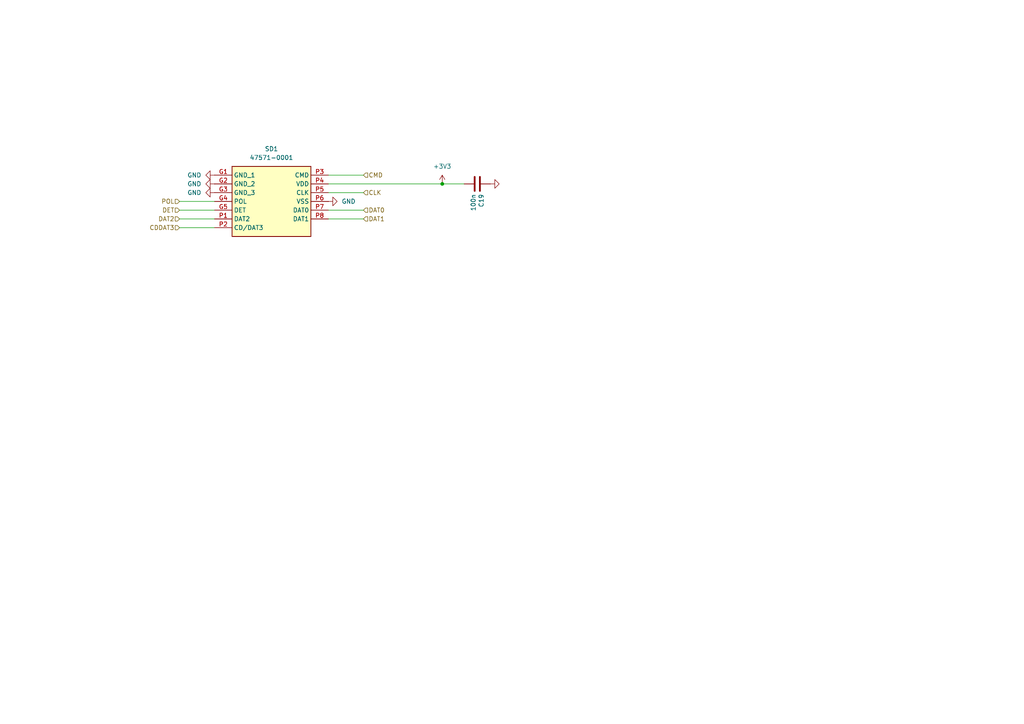
<source format=kicad_sch>
(kicad_sch (version 20231120) (generator "eeschema") (generator_version "8.0")
  (paper "A4")
  (title_block (title "MiniFRANK") (date "2025-01-13") (rev "2.0") (company "Mikhail Matveev") (comment 1 "https://github.com/xtremespb/frank"))
  (lib_symbols
    (symbol "Device:C" (pin_numbers hide) (pin_names (offset 0.254))
      (property "Reference" "C" (at 0.635 2.54 0))
      (property "Value" "C" (at 0.635 -2.54 0))
      (symbol "C_0_1"
        (polyline (pts (xy -2.032 -0.762) (xy 2.032 -0.762)) (stroke (width 0.508)))
        (polyline (pts (xy -2.032 0.762) (xy 2.032 0.762)) (stroke (width 0.508)))
      )
      (symbol "C_1_1"
        (pin passive line (at 0 3.81 270) (length 2.794) (name "~") (number "1"))
        (pin passive line (at 0 -3.81 90) (length 2.794) (name "~") (number "2"))
      )
    )
    (symbol "GND_1" (power) (pin_numbers hide) (pin_names (offset 0) hide)
      (property "Value" "GND" (at 0 -3.81 0))
      (symbol "GND_1_0_1"
        (polyline (pts (xy 0 0) (xy 0 -1.27) (xy 1.27 -1.27) (xy 0 -2.54) (xy -1.27 -1.27) (xy 0 -1.27)))
      )
      (symbol "GND_1_1_1"
        (pin power_in line (at 0 0 270) (length 0) (name "~") (number "1"))
      )
    )
    (symbol "MicroSD:47571-0001"
      (property "Reference" "J" (at 29.21 7.62 0))
      (property "Value" "47571-0001" (at 29.21 5.08 0))
      (symbol "47571-0001_1_1"
        (rectangle (start 5.08 2.54) (end 27.94 -17.78) (stroke (width 0.254)) (fill (type background)))
        (pin passive line (at 0 0 0) (length 5.08) (name "GND_1") (number "G1"))
        (pin passive line (at 0 -2.54 0) (length 5.08) (name "GND_2") (number "G2"))
        (pin passive line (at 0 -5.08 0) (length 5.08) (name "GND_3") (number "G3"))
        (pin passive line (at 0 -7.62 0) (length 5.08) (name "POL") (number "G4"))
        (pin passive line (at 0 -10.16 0) (length 5.08) (name "DET") (number "G5"))
        (pin passive line (at 0 -12.7 0) (length 5.08) (name "DAT2") (number "P1"))
        (pin passive line (at 0 -15.24 0) (length 5.08) (name "CD/DAT3") (number "P2"))
        (pin passive line (at 33.02 0 180) (length 5.08) (name "CMD") (number "P3"))
        (pin passive line (at 33.02 -2.54 180) (length 5.08) (name "VDD") (number "P4"))
        (pin passive line (at 33.02 -5.08 180) (length 5.08) (name "CLK") (number "P5"))
        (pin passive line (at 33.02 -7.62 180) (length 5.08) (name "VSS") (number "P6"))
        (pin passive line (at 33.02 -10.16 180) (length 5.08) (name "DAT0") (number "P7"))
        (pin passive line (at 33.02 -12.7 180) (length 5.08) (name "DAT1") (number "P8"))
      )
    )
    (symbol "power:+3V3" (power) (pin_numbers hide) (pin_names (offset 0) hide)
      (property "Value" "+3V3" (at 0 3.556 0))
      (symbol "+3V3_0_1"
        (polyline (pts (xy -0.762 1.27) (xy 0 2.54)))
        (polyline (pts (xy 0 0) (xy 0 2.54)))
        (polyline (pts (xy 0 2.54) (xy 0.762 1.27)))
      )
      (symbol "+3V3_1_1"
        (pin power_in line (at 0 0 90) (length 0) (name "~") (number "1"))
      )
    )
    (symbol "power:GND" (power) (pin_names (offset 0))
      (property "Value" "GND" (at 0 -3.81 0))
      (symbol "GND_0_1"
        (polyline (pts (xy 0 0) (xy 0 -1.27) (xy 1.27 -1.27) (xy 0 -2.54) (xy -1.27 -1.27) (xy 0 -1.27)))
      )
      (symbol "GND_1_1"
        (pin power_in line (at 0 0 270) (length 0) hide (name "GND") (number "1"))
      )
    )
  )
  (junction (at 128.27 53.34))
  (wire (pts (xy 95.25 60.96) (xy 105.41 60.96)))
  (wire (pts (xy 95.25 63.5) (xy 105.41 63.5)))
  (wire (pts (xy 52.07 66.04) (xy 62.23 66.04)))
  (wire (pts (xy 52.07 63.5) (xy 62.23 63.5)))
  (wire (pts (xy 95.25 50.8) (xy 105.41 50.8)))
  (wire (pts (xy 128.27 53.34) (xy 134.62 53.34)))
  (wire (pts (xy 95.25 55.88) (xy 105.41 55.88)))
  (wire (pts (xy 52.07 58.42) (xy 62.23 58.42)))
  (wire (pts (xy 95.25 53.34) (xy 128.27 53.34)))
  (wire (pts (xy 52.07 60.96) (xy 62.23 60.96)))
  (hierarchical_label "CLK" (shape input) (at 105.41 55.88 0))
  (hierarchical_label "DAT0" (shape input) (at 105.41 60.96 0))
  (hierarchical_label "DAT1" (shape input) (at 105.41 63.5 0))
  (hierarchical_label "DET" (shape input) (at 52.07 60.96 180))
  (hierarchical_label "CDDAT3" (shape input) (at 52.07 66.04 180))
  (hierarchical_label "DAT2" (shape input) (at 52.07 63.5 180))
  (hierarchical_label "POL" (shape input) (at 52.07 58.42 180))
  (hierarchical_label "CMD" (shape input) (at 105.41 50.8 0))
  (symbol (lib_id "Device:C") (at 138.43 53.34 270) (unit 1)
    (property "Reference" "C19" (at 139.5984 56.261 0) (effects (justify left)))
    (property "Value" "100n" (at 137.287 56.261 0) (effects (justify left)))
    (property "Footprint" "LIBS:C_0805" (effects (hide yes)))
  )
  (symbol (lib_id "power:+3V3") (at 128.27 53.34 0) (unit 1)
    (property "Reference" "#PWR034" (effects (hide yes)))
    (property "Value" "+3V3" (at 128.27 48.26 0))
    (property "Description" "Power symbol creates a global label with name \"+3V3\"" (effects (hide yes)))
  )
  (symbol (lib_id "power:GND") (at 142.24 53.34 90) (unit 1)
    (property "Reference" "#PWR035" (effects (hide yes)))
    (property "Value" "GND" (effects (hide yes)))
  )
  (symbol (lib_name "GND_1") (lib_id "power:GND") (at 62.23 53.34 270) (unit 1)
    (property "Reference" "#PWR033" (effects (hide yes)))
    (property "Value" "GND" (at 58.42 53.3399 90) (effects (justify right)))
    (property "Description" "Power symbol creates a global label with name \"GND\" , ground" (effects (hide yes)))
  )
  (symbol (lib_id "MicroSD:47571-0001") (at 62.23 50.8 0) (unit 1)
    (property "Reference" "SD1" (at 78.74 43.18 0))
    (property "Value" "47571-0001" (at 78.74 45.72 0))
    (property "Footprint" "LIBS:microsd" (effects (hide yes)))
    (property "Datasheet" "https://componentsearchengine.com/Datasheets/2/47571-0001.pdf" (effects (hide yes)))
    (property "Description" "Memory Card Connectors ASSY FOR TFR HEADER HEADER W/DETECT PIN" (effects (hide yes)))
    (property "Height" "2.3" (effects (hide yes)))
    (property "Mouser Part Number" "538-47571-0001" (effects (hide yes)))
    (property "Mouser Price/Stock" "https://www.mouser.co.uk/ProductDetail/Molex/47571-0001?qs=qM7ngqbhX5UTJOg9nqKLJQ%3D%3D" (effects (hide yes)))
    (property "Manufacturer_Name" "Molex" (effects (hide yes)))
    (property "Manufacturer_Part_Number" "47571-0001" (effects (hide yes)))
  )
  (symbol (lib_name "GND_1") (lib_id "power:GND") (at 95.25 58.42 90) (unit 1)
    (property "Reference" "#PWR037" (effects (hide yes)))
    (property "Value" "GND" (at 99.06 58.4199 90) (effects (justify right)))
    (property "Description" "Power symbol creates a global label with name \"GND\" , ground" (effects (hide yes)))
  )
  (symbol (lib_name "GND_1") (lib_id "power:GND") (at 62.23 55.88 270) (unit 1)
    (property "Reference" "#PWR036" (effects (hide yes)))
    (property "Value" "GND" (at 58.42 55.8799 90) (effects (justify right)))
    (property "Description" "Power symbol creates a global label with name \"GND\" , ground" (effects (hide yes)))
  )
  (symbol (lib_name "GND_1") (lib_id "power:GND") (at 62.23 50.8 270) (unit 1)
    (property "Reference" "#PWR032" (effects (hide yes)))
    (property "Value" "GND" (at 58.42 50.7999 90) (effects (justify right)))
    (property "Description" "Power symbol creates a global label with name \"GND\" , ground" (effects (hide yes)))
  )
)
</source>
